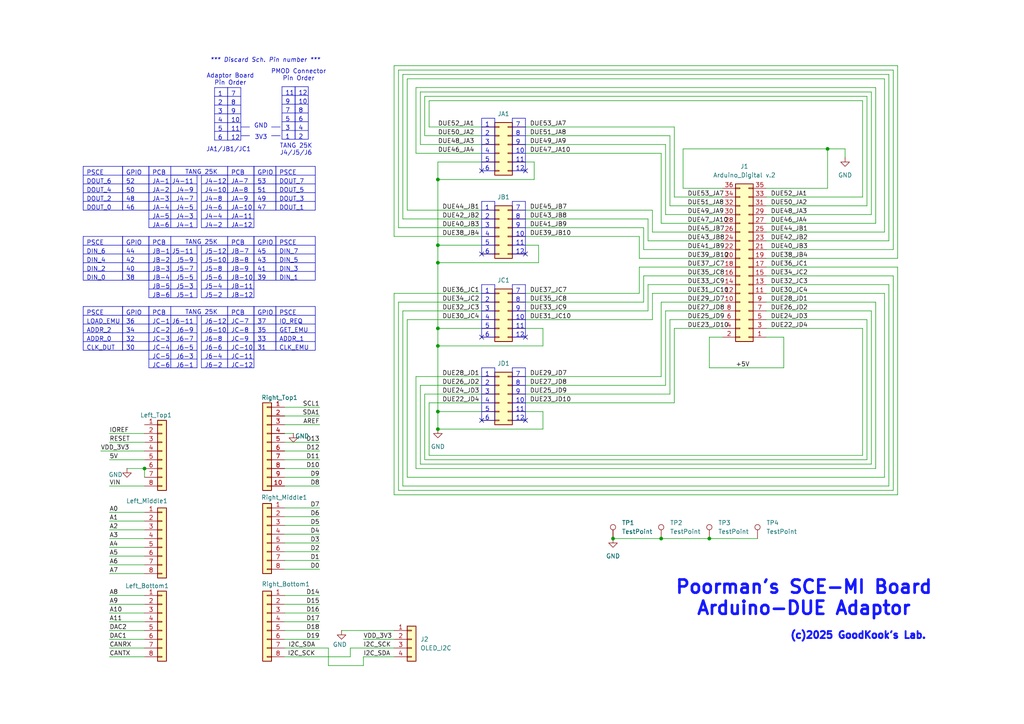
<source format=kicad_sch>
(kicad_sch (version 20250114) (generator "eeschema") (generator_version "9.0")
  (paper "A4")
  (rectangle (start 49.53 48.26) (end 66.04 50.8))
  (rectangle (start 49.53 68.58) (end 66.04 71.12))
  (rectangle (start 49.53 88.9) (end 66.04 91.44))
  (text "Adaptor Board\nPin Order" (at 66.802 23.114 0) (effects (font (size 1.27 1.27))))
  (text "3V3" (at 75.692 39.878 0) (effects (font (size 1.27 1.27))))
  (text "PMOD Connector\nPin Order" (at 86.614 21.844 0) (effects (font (size 1.27 1.27))))
  (text "TANG 25K\nJ4/J5/J6" (at 85.852 43.434 0) (effects (font (size 1.27 1.27))))
  (text "JA1/JB1/JC1" (at 66.294 43.434 0) (effects (font (size 1.27 1.27))))
  (text "TANG 25K" (at 58.42 90.678 0) (effects (font (size 1.27 1.27))))
  (text "GND" (at 75.692 36.576 0) (effects (font (size 1.27 1.27))))
  (text "(c)2025 GoodKook's Lab." (at 248.92 184.404 0) (effects (font (size 2.032 2.032) (thickness 0.762) (bold yes))))
  (text "TANG 25K" (at 58.42 70.358 0) (effects (font (size 1.27 1.27))))
  (text "*** Discard Sch. Pin number ***" (at 76.962 17.526 0) (effects (font (size 1.27 1.27) (italic yes))))
  (text "TANG 25K" (at 58.42 50.038 0) (effects (font (size 1.27 1.27))))
  (text "Poorman's SCE-MI Board\nArduino-DUE Adaptor" (at 233.172 173.482 0) (effects (font (size 3.81 3.81) (thickness 0.762) (bold yes))))
  (junction (at 41.91 135.89))
  (junction (at 127 76.2))
  (junction (at 127 124.46))
  (junction (at 191.77 156.21))
  (junction (at 127 52.07))
  (junction (at 127 95.25))
  (junction (at 177.8 156.21))
  (junction (at 127 71.12))
  (junction (at 205.74 156.21))
  (junction (at 127 119.38))
  (junction (at 240.03 43.18))
  (junction (at 127 100.33))
  (no_connect (at 152.4 49.53))
  (no_connect (at 139.7 49.53))
  (no_connect (at 152.4 73.66))
  (no_connect (at 139.7 73.66))
  (no_connect (at 139.7 121.92))
  (no_connect (at 152.4 121.92))
  (no_connect (at 139.7 97.79))
  (no_connect (at 152.4 97.79))
  (wire (pts (xy 250.19 95.25) (xy 222.25 95.25)))
  (wire (pts (xy 152.4 95.25) (xy 157.48 95.25)))
  (wire (pts (xy 127 76.2) (xy 127 95.25)))
  (wire (pts (xy 92.71 162.56) (xy 82.55 162.56)))
  (wire (pts (xy 152.4 68.58) (xy 185.42 68.58)))
  (wire (pts (xy 123.19 114.3) (xy 123.19 133.35)))
  (wire (pts (xy 259.08 142.24) (xy 259.08 80.01)))
  (wire (pts (xy 152.4 119.38) (xy 157.48 119.38)))
  (wire (pts (xy 157.48 119.38) (xy 157.48 124.46)))
  (wire (pts (xy 92.71 157.48) (xy 82.55 157.48)))
  (wire (pts (xy 139.7 63.5) (xy 116.84 63.5)))
  (wire (pts (xy 105.41 190.5) (xy 114.3 190.5)))
  (wire (pts (xy 31.75 128.27) (xy 41.91 128.27)))
  (wire (pts (xy 101.6 187.96) (xy 114.3 187.96)))
  (wire (pts (xy 222.25 77.47) (xy 260.35 77.47)))
  (wire (pts (xy 256.54 67.31) (xy 222.25 67.31)))
  (wire (pts (xy 92.71 123.19) (xy 82.55 123.19)))
  (wire (pts (xy 121.92 111.76) (xy 121.92 134.62)))
  (wire (pts (xy 222.25 62.23) (xy 252.73 62.23)))
  (wire (pts (xy 194.31 39.37) (xy 194.31 59.69)))
  (wire (pts (xy 254 64.77) (xy 222.25 64.77)))
  (wire (pts (xy 222.25 74.93) (xy 260.35 74.93)))
  (wire (pts (xy 31.75 185.42) (xy 41.91 185.42)))
  (wire (pts (xy 85.09 125.73) (xy 82.55 125.73)))
  (wire (pts (xy 92.71 149.86) (xy 82.55 149.86)))
  (wire (pts (xy 92.71 172.72) (xy 82.55 172.72)))
  (wire (pts (xy 252.73 26.67) (xy 252.73 62.23)))
  (wire (pts (xy 31.75 187.96) (xy 41.91 187.96)))
  (wire (pts (xy 124.46 132.08) (xy 250.19 132.08)))
  (wire (pts (xy 92.71 118.11) (xy 82.55 118.11)))
  (wire (pts (xy 92.71 175.26) (xy 82.55 175.26)))
  (wire (pts (xy 139.7 46.99) (xy 127 46.99)))
  (wire (pts (xy 139.7 66.04) (xy 115.57 66.04)))
  (wire (pts (xy 222.25 82.55) (xy 257.81 82.55)))
  (wire (pts (xy 245.11 43.18) (xy 245.11 45.72)))
  (wire (pts (xy 157.48 100.33) (xy 127 100.33)))
  (wire (pts (xy 118.11 138.43) (xy 256.54 138.43)))
  (wire (pts (xy 116.84 63.5) (xy 116.84 21.59)))
  (wire (pts (xy 189.23 67.31) (xy 209.55 67.31)))
  (wire (pts (xy 251.46 59.69) (xy 222.25 59.69)))
  (wire (pts (xy 194.31 59.69) (xy 209.55 59.69)))
  (wire (pts (xy 139.7 87.63) (xy 115.57 87.63)))
  (wire (pts (xy 121.92 26.67) (xy 252.73 26.67)))
  (wire (pts (xy 152.4 109.22) (xy 191.77 109.22)))
  (wire (pts (xy 139.7 39.37) (xy 123.19 39.37)))
  (wire (pts (xy 185.42 74.93) (xy 209.55 74.93)))
  (wire (pts (xy 92.71 138.43) (xy 82.55 138.43)))
  (wire (pts (xy 185.42 85.09) (xy 185.42 77.47)))
  (wire (pts (xy 31.75 180.34) (xy 41.91 180.34)))
  (wire (pts (xy 118.11 92.71) (xy 118.11 138.43)))
  (wire (pts (xy 240.03 43.18) (xy 240.03 54.61)))
  (wire (pts (xy 259.08 20.32) (xy 259.08 72.39)))
  (wire (pts (xy 127 71.12) (xy 139.7 71.12)))
  (wire (pts (xy 152.4 92.71) (xy 189.23 92.71)))
  (wire (pts (xy 254 25.4) (xy 254 64.77)))
  (wire (pts (xy 222.25 85.09) (xy 256.54 85.09)))
  (wire (pts (xy 36.83 135.89) (xy 41.91 135.89)))
  (wire (pts (xy 92.71 180.34) (xy 82.55 180.34)))
  (wire (pts (xy 29.21 130.81) (xy 41.91 130.81)))
  (wire (pts (xy 252.73 90.17) (xy 222.25 90.17)))
  (wire (pts (xy 187.96 82.55) (xy 209.55 82.55)))
  (wire (pts (xy 31.75 177.8) (xy 41.91 177.8)))
  (wire (pts (xy 105.41 185.42) (xy 114.3 185.42)))
  (wire (pts (xy 222.25 72.39) (xy 259.08 72.39)))
  (wire (pts (xy 105.41 190.5) (xy 105.41 193.04)))
  (wire (pts (xy 92.71 160.02) (xy 82.55 160.02)))
  (wire (pts (xy 195.58 116.84) (xy 195.58 95.25)))
  (wire (pts (xy 260.35 143.51) (xy 260.35 77.47)))
  (wire (pts (xy 115.57 87.63) (xy 115.57 142.24)))
  (wire (pts (xy 92.71 152.4) (xy 82.55 152.4)))
  (wire (pts (xy 227.33 106.68) (xy 227.33 97.79)))
  (wire (pts (xy 256.54 138.43) (xy 256.54 85.09)))
  (wire (pts (xy 120.65 44.45) (xy 120.65 25.4)))
  (wire (pts (xy 127 71.12) (xy 127 76.2)))
  (wire (pts (xy 139.7 60.96) (xy 118.11 60.96)))
  (wire (pts (xy 193.04 62.23) (xy 209.55 62.23)))
  (wire (pts (xy 193.04 41.91) (xy 193.04 62.23)))
  (wire (pts (xy 127 100.33) (xy 127 119.38)))
  (wire (pts (xy 191.77 87.63) (xy 209.55 87.63)))
  (wire (pts (xy 139.7 92.71) (xy 118.11 92.71)))
  (wire (pts (xy 257.81 140.97) (xy 257.81 82.55)))
  (wire (pts (xy 205.74 97.79) (xy 205.74 106.68)))
  (wire (pts (xy 260.35 19.05) (xy 260.35 74.93)))
  (wire (pts (xy 209.55 97.79) (xy 205.74 97.79)))
  (wire (pts (xy 187.96 63.5) (xy 187.96 69.85)))
  (wire (pts (xy 124.46 116.84) (xy 124.46 132.08)))
  (wire (pts (xy 227.33 97.79) (xy 222.25 97.79)))
  (wire (pts (xy 195.58 57.15) (xy 209.55 57.15)))
  (wire (pts (xy 189.23 92.71) (xy 189.23 85.09)))
  (wire (pts (xy 177.8 156.21) (xy 191.77 156.21)))
  (wire (pts (xy 31.75 163.83) (xy 41.91 163.83)))
  (wire (pts (xy 116.84 90.17) (xy 116.84 140.97)))
  (wire (pts (xy 152.4 114.3) (xy 194.31 114.3)))
  (wire (pts (xy 185.42 68.58) (xy 185.42 74.93)))
  (wire (pts (xy 152.4 90.17) (xy 187.96 90.17)))
  (wire (pts (xy 115.57 66.04) (xy 115.57 20.32)))
  (wire (pts (xy 31.75 172.72) (xy 41.91 172.72)))
  (wire (pts (xy 157.48 124.46) (xy 127 124.46)))
  (wire (pts (xy 115.57 20.32) (xy 259.08 20.32)))
  (wire (pts (xy 114.3 143.51) (xy 260.35 143.51)))
  (wire (pts (xy 193.04 111.76) (xy 193.04 90.17)))
  (wire (pts (xy 31.75 148.59) (xy 41.91 148.59)))
  (wire (pts (xy 95.25 193.04) (xy 105.41 193.04)))
  (wire (pts (xy 152.4 85.09) (xy 185.42 85.09)))
  (wire (pts (xy 139.7 68.58) (xy 114.3 68.58)))
  (wire (pts (xy 127 52.07) (xy 127 71.12)))
  (wire (pts (xy 127 95.25) (xy 127 100.33)))
  (wire (pts (xy 118.11 22.86) (xy 256.54 22.86)))
  (polyline (pts (xy 78.74 36.83) (xy 81.28 36.83)))
  (wire (pts (xy 139.7 85.09) (xy 114.3 85.09)))
  (wire (pts (xy 31.75 153.67) (xy 41.91 153.67)))
  (wire (pts (xy 189.23 60.96) (xy 189.23 67.31)))
  (wire (pts (xy 194.31 92.71) (xy 209.55 92.71)))
  (wire (pts (xy 31.75 133.35) (xy 41.91 133.35)))
  (wire (pts (xy 185.42 77.47) (xy 209.55 77.47)))
  (wire (pts (xy 251.46 133.35) (xy 251.46 92.71)))
  (wire (pts (xy 152.4 44.45) (xy 191.77 44.45)))
  (wire (pts (xy 254 87.63) (xy 222.25 87.63)))
  (wire (pts (xy 92.71 128.27) (xy 82.55 128.27)))
  (wire (pts (xy 157.48 95.25) (xy 157.48 100.33)))
  (wire (pts (xy 123.19 133.35) (xy 251.46 133.35)))
  (wire (pts (xy 209.55 54.61) (xy 198.12 54.61)))
  (wire (pts (xy 124.46 29.21) (xy 250.19 29.21)))
  (wire (pts (xy 154.94 52.07) (xy 127 52.07)))
  (wire (pts (xy 41.91 135.89) (xy 41.91 138.43)))
  (wire (pts (xy 191.77 44.45) (xy 191.77 64.77)))
  (wire (pts (xy 186.69 80.01) (xy 209.55 80.01)))
  (wire (pts (xy 250.19 29.21) (xy 250.19 57.15)))
  (wire (pts (xy 31.75 158.75) (xy 41.91 158.75)))
  (wire (pts (xy 250.19 132.08) (xy 250.19 95.25)))
  (wire (pts (xy 191.77 64.77) (xy 209.55 64.77)))
  (wire (pts (xy 198.12 54.61) (xy 198.12 43.18)))
  (wire (pts (xy 120.65 109.22) (xy 120.65 135.89)))
  (wire (pts (xy 114.3 19.05) (xy 260.35 19.05)))
  (wire (pts (xy 191.77 156.21) (xy 205.74 156.21)))
  (wire (pts (xy 139.7 44.45) (xy 120.65 44.45)))
  (wire (pts (xy 152.4 116.84) (xy 195.58 116.84)))
  (wire (pts (xy 92.71 165.1) (xy 82.55 165.1)))
  (wire (pts (xy 251.46 27.94) (xy 251.46 59.69)))
  (wire (pts (xy 139.7 111.76) (xy 121.92 111.76)))
  (wire (pts (xy 257.81 69.85) (xy 222.25 69.85)))
  (wire (pts (xy 121.92 134.62) (xy 252.73 134.62)))
  (wire (pts (xy 194.31 114.3) (xy 194.31 92.71)))
  (wire (pts (xy 31.75 182.88) (xy 41.91 182.88)))
  (polyline (pts (xy 78.74 39.37) (xy 81.28 39.37)))
  (wire (pts (xy 152.4 111.76) (xy 193.04 111.76)))
  (wire (pts (xy 124.46 36.83) (xy 124.46 29.21)))
  (wire (pts (xy 250.19 57.15) (xy 222.25 57.15)))
  (wire (pts (xy 92.71 185.42) (xy 82.55 185.42)))
  (wire (pts (xy 152.4 63.5) (xy 187.96 63.5)))
  (wire (pts (xy 31.75 175.26) (xy 41.91 175.26)))
  (wire (pts (xy 31.75 125.73) (xy 41.91 125.73)))
  (wire (pts (xy 252.73 134.62) (xy 252.73 90.17)))
  (wire (pts (xy 152.4 36.83) (xy 195.58 36.83)))
  (wire (pts (xy 31.75 161.29) (xy 41.91 161.29)))
  (wire (pts (xy 92.71 135.89) (xy 82.55 135.89)))
  (wire (pts (xy 31.75 151.13) (xy 41.91 151.13)))
  (wire (pts (xy 116.84 140.97) (xy 257.81 140.97)))
  (wire (pts (xy 152.4 87.63) (xy 186.69 87.63)))
  (wire (pts (xy 139.7 114.3) (xy 123.19 114.3)))
  (wire (pts (xy 254 135.89) (xy 254 87.63)))
  (wire (pts (xy 186.69 66.04) (xy 186.69 72.39)))
  (wire (pts (xy 92.71 182.88) (xy 82.55 182.88)))
  (wire (pts (xy 95.25 187.96) (xy 95.25 193.04)))
  (wire (pts (xy 114.3 68.58) (xy 114.3 19.05)))
  (wire (pts (xy 256.54 22.86) (xy 256.54 67.31)))
  (wire (pts (xy 186.69 72.39) (xy 209.55 72.39)))
  (wire (pts (xy 31.75 140.97) (xy 41.91 140.97)))
  (wire (pts (xy 156.21 71.12) (xy 156.21 76.2)))
  (wire (pts (xy 127 76.2) (xy 156.21 76.2)))
  (wire (pts (xy 92.71 154.94) (xy 82.55 154.94)))
  (wire (pts (xy 31.75 190.5) (xy 41.91 190.5)))
  (wire (pts (xy 222.25 54.61) (xy 240.03 54.61)))
  (wire (pts (xy 139.7 109.22) (xy 120.65 109.22)))
  (wire (pts (xy 127 46.99) (xy 127 52.07)))
  (wire (pts (xy 193.04 90.17) (xy 209.55 90.17)))
  (wire (pts (xy 152.4 46.99) (xy 154.94 46.99)))
  (wire (pts (xy 205.74 106.68) (xy 227.33 106.68)))
  (wire (pts (xy 127 119.38) (xy 139.7 119.38)))
  (wire (pts (xy 152.4 66.04) (xy 186.69 66.04)))
  (wire (pts (xy 82.55 187.96) (xy 95.25 187.96)))
  (wire (pts (xy 101.6 187.96) (xy 101.6 190.5)))
  (wire (pts (xy 139.7 116.84) (xy 124.46 116.84)))
  (wire (pts (xy 31.75 166.37) (xy 41.91 166.37)))
  (polyline (pts (xy 69.85 36.83) (xy 72.39 36.83)))
  (wire (pts (xy 92.71 133.35) (xy 82.55 133.35)))
  (wire (pts (xy 92.71 140.97) (xy 82.55 140.97)))
  (wire (pts (xy 152.4 41.91) (xy 193.04 41.91)))
  (wire (pts (xy 92.71 147.32) (xy 82.55 147.32)))
  (wire (pts (xy 114.3 85.09) (xy 114.3 143.51)))
  (wire (pts (xy 115.57 142.24) (xy 259.08 142.24)))
  (wire (pts (xy 186.69 87.63) (xy 186.69 80.01)))
  (wire (pts (xy 120.65 25.4) (xy 254 25.4)))
  (wire (pts (xy 99.06 182.88) (xy 114.3 182.88)))
  (wire (pts (xy 92.71 130.81) (xy 82.55 130.81)))
  (wire (pts (xy 123.19 27.94) (xy 251.46 27.94)))
  (wire (pts (xy 222.25 92.71) (xy 251.46 92.71)))
  (polyline (pts (xy 69.85 39.37) (xy 72.39 39.37)))
  (wire (pts (xy 152.4 39.37) (xy 194.31 39.37)))
  (wire (pts (xy 120.65 135.89) (xy 254 135.89)))
  (wire (pts (xy 116.84 21.59) (xy 257.81 21.59)))
  (wire (pts (xy 92.71 120.65) (xy 82.55 120.65)))
  (wire (pts (xy 195.58 95.25) (xy 209.55 95.25)))
  (wire (pts (xy 189.23 85.09) (xy 209.55 85.09)))
  (wire (pts (xy 118.11 60.96) (xy 118.11 22.86)))
  (wire (pts (xy 154.94 46.99) (xy 154.94 52.07)))
  (wire (pts (xy 139.7 41.91) (xy 121.92 41.91)))
  (wire (pts (xy 198.12 43.18) (xy 240.03 43.18)))
  (wire (pts (xy 152.4 60.96) (xy 189.23 60.96)))
  (wire (pts (xy 259.08 80.01) (xy 222.25 80.01)))
  (wire (pts (xy 139.7 36.83) (xy 124.46 36.83)))
  (wire (pts (xy 121.92 41.91) (xy 121.92 26.67)))
  (wire (pts (xy 127 95.25) (xy 139.7 95.25)))
  (wire (pts (xy 152.4 71.12) (xy 156.21 71.12)))
  (wire (pts (xy 92.71 177.8) (xy 82.55 177.8)))
  (wire (pts (xy 31.75 156.21) (xy 41.91 156.21)))
  (wire (pts (xy 205.74 156.21) (xy 219.71 156.21)))
  (wire (pts (xy 82.55 190.5) (xy 101.6 190.5)))
  (wire (pts (xy 127 124.46) (xy 127 119.38)))
  (wire (pts (xy 257.81 21.59) (xy 257.81 69.85)))
  (wire (pts (xy 195.58 36.83) (xy 195.58 57.15)))
  (wire (pts (xy 139.7 90.17) (xy 116.84 90.17)))
  (wire (pts (xy 240.03 43.18) (xy 245.11 43.18)))
  (wire (pts (xy 191.77 109.22) (xy 191.77 87.63)))
  (wire (pts (xy 187.96 90.17) (xy 187.96 82.55)))
  (wire (pts (xy 187.96 69.85) (xy 209.55 69.85)))
  (wire (pts (xy 123.19 39.37) (xy 123.19 27.94)))
  (table (column_count 1) (border (external yes) (header yes)) (separators (rows yes) (cols yes)) (column_widths 11.43) (row_heights 2.54 2.54 2.54 2.54 2.54) (cells (table_cell "PSCE" (at 80.01 88.9 0) (size 11.43 2.54) (margins 0.9525 0.9525 0.9525 0.9525) (span 1 1)) (table_cell "IO_REQ" (at 80.01 91.44 0) (size 11.43 2.54) (margins 0.9525 0.9525 0.9525 0.9525) (span 1 1)) (table_cell "GET_EMU" (at 80.01 93.98 0) (size 11.43 2.54) (margins 0.9525 0.9525 0.9525 0.9525) (span 1 1)) (table_cell "ADDR_1" (at 80.01 96.52 0) (size 11.43 2.54) (margins 0.9525 0.9525 0.9525 0.9525) (span 1 1)) (table_cell "CLK_EMU" (at 80.01 99.06 0) (size 11.43 2.54) (margins 0.9525 0.9525 0.9525 0.9525) (span 1 1))))
  (table (column_count 1) (border (external yes) (header yes)) (separators (rows yes) (cols yes)) (column_widths 3.81) (row_heights 2.54 2.54 2.54 2.54 2.54 2.54) (cells (table_cell "7" (at 148.59 106.68 0) (size 3.81 2.54) (margins 0.9525 0.9525 0.9525 0.9525) (span 1 1)) (table_cell "8" (at 148.59 109.22 0) (size 3.81 2.54) (margins 0.9525 0.9525 0.9525 0.9525) (span 1 1)) (table_cell "9" (at 148.59 111.76 0) (size 3.81 2.54) (margins 0.9525 0.9525 0.9525 0.9525) (span 1 1)) (table_cell "10" (at 148.59 114.3 0) (size 3.81 2.54) (margins 0.9525 0.9525 0.9525 0.9525) (span 1 1)) (table_cell "11" (at 148.59 116.84 0) (size 3.81 2.54) (margins 0.9525 0.9525 0.9525 0.9525) (span 1 1)) (table_cell "12" (at 148.59 119.38 0) (size 3.81 2.54) (margins 0.9525 0.9525 0.9525 0.9525) (span 1 1))))
  (table (column_count 1) (border (external yes) (header yes)) (separators (rows yes) (cols yes)) (column_widths 6.35) (row_heights 2.54 2.54 2.54 2.54 2.54) (cells (table_cell "GPIO" (at 73.66 68.58 0) (size 6.35 2.54) (margins 0.9525 0.9525 0.9525 0.9525) (span 1 1)) (table_cell "45" (at 73.66 71.12 0) (size 6.35 2.54) (margins 0.9525 0.9525 0.9525 0.9525) (span 1 1)) (table_cell "43" (at 73.66 73.66 0) (size 6.35 2.54) (margins 0.9525 0.9525 0.9525 0.9525) (span 1 1)) (table_cell "41" (at 73.66 76.2 0) (size 6.35 2.54) (margins 0.9525 0.9525 0.9525 0.9525) (span 1 1)) (table_cell "39" (at 73.66 78.74 0) (size 6.35 2.54) (margins 0.9525 0.9525 0.9525 0.9525) (span 1 1))))
  (table (column_count 1) (border (external yes) (header yes)) (separators (rows yes) (cols yes)) (column_widths 7.62) (row_heights 2.54 2.54 2.54 2.54 2.54 2.54 2.54) (cells (table_cell "PCB" (at 66.04 48.26 0) (size 7.62 2.54) (margins 0.9525 0.9525 0.9525 0.9525) (span 1 1)) (table_cell "JA-7" (at 66.04 50.8 0) (size 7.62 2.54) (margins 0.9525 0.9525 0.9525 0.9525) (span 1 1)) (table_cell "JA-8" (at 66.04 53.34 0) (size 7.62 2.54) (margins 0.9525 0.9525 0.9525 0.9525) (span 1 1)) (table_cell "JA-9" (at 66.04 55.88 0) (size 7.62 2.54) (margins 0.9525 0.9525 0.9525 0.9525) (span 1 1)) (table_cell "JA-10" (at 66.04 58.42 0) (size 7.62 2.54) (margins 0.9525 0.9525 0.9525 0.9525) (span 1 1)) (table_cell "JA-11" (at 66.04 60.96 0) (size 7.62 2.54) (margins 0.9525 0.9525 0.9525 0.9525) (span 1 1)) (table_cell "JA-12" (at 66.04 63.5 0) (size 7.62 2.54) (margins 0.9525 0.9525 0.9525 0.9525) (span 1 1))))
  (table (column_count 1) (border (external yes) (header yes)) (separators (rows yes) (cols yes)) (column_widths 7.62) (row_heights 2.54 2.54 2.54 2.54 2.54) (cells (table_cell "GPIO" (at 35.56 48.26 0) (size 7.62 2.54) (margins 0.9525 0.9525 0.9525 0.9525) (span 1 1)) (table_cell "52" (at 35.56 50.8 0) (size 7.62 2.54) (margins 0.9525 0.9525 0.9525 0.9525) (span 1 1)) (table_cell "50" (at 35.56 53.34 0) (size 7.62 2.54) (margins 0.9525 0.9525 0.9525 0.9525) (span 1 1)) (table_cell "48" (at 35.56 55.88 0) (size 7.62 2.54) (margins 0.9525 0.9525 0.9525 0.9525) (span 1 1)) (table_cell "46" (at 35.56 58.42 0) (size 7.62 2.54) (margins 0.9525 0.9525 0.9525 0.9525) (span 1 1))))
  (table (column_count 1) (border (external yes) (header yes)) (separators (rows yes) (cols yes)) (column_widths 7.62) (row_heights 2.54 2.54 2.54 2.54 2.54 2.54) (cells (table_cell "J6-12" (at 58.42 91.44 0) (size 7.62 2.54) (margins 0.9525 0.9525 0.9525 0.9525) (span 1 1)) (table_cell "J6-10" (at 58.42 93.98 0) (size 7.62 2.54) (margins 0.9525 0.9525 0.9525 0.9525) (span 1 1)) (table_cell "J6-8" (at 58.42 96.52 0) (size 7.62 2.54) (margins 0.9525 0.9525 0.9525 0.9525) (span 1 1)) (table_cell "J6-6" (at 58.42 99.06 0) (size 7.62 2.54) (margins 0.9525 0.9525 0.9525 0.9525) (span 1 1)) (table_cell "J6-4" (at 58.42 101.6 0) (size 7.62 2.54) (margins 0.9525 0.9525 0.9525 0.9525) (span 1 1)) (table_cell "J6-2" (at 58.42 104.14 0) (size 7.62 2.54) (margins 0.9525 0.9525 0.9525 0.9525) (span 1 1))))
  (table (column_count 1) (border (external yes) (header yes)) (separators (rows yes) (cols yes)) (column_widths 7.62) (row_heights 2.54 2.54 2.54 2.54 2.54 2.54 2.54) (cells (table_cell "PCB" (at 66.04 68.58 0) (size 7.62 2.54) (margins 0.9525 0.9525 0.9525 0.9525) (span 1 1)) (table_cell "JB-7" (at 66.04 71.12 0) (size 7.62 2.54) (margins 0.9525 0.9525 0.9525 0.9525) (span 1 1)) (table_cell "JB-8" (at 66.04 73.66 0) (size 7.62 2.54) (margins 0.9525 0.9525 0.9525 0.9525) (span 1 1)) (table_cell "JB-9" (at 66.04 76.2 0) (size 7.62 2.54) (margins 0.9525 0.9525 0.9525 0.9525) (span 1 1)) (table_cell "JB-10" (at 66.04 78.74 0) (size 7.62 2.54) (margins 0.9525 0.9525 0.9525 0.9525) (span 1 1)) (table_cell "JB-11" (at 66.04 81.28 0) (size 7.62 2.54) (margins 0.9525 0.9525 0.9525 0.9525) (span 1 1)) (table_cell "JB-12" (at 66.04 83.82 0) (size 7.62 2.54) (margins 0.9525 0.9525 0.9525 0.9525) (span 1 1))))
  (table (column_count 1) (border (external yes) (header yes)) (separators (rows yes) (cols yes)) (column_widths 11.43) (row_heights 2.54 2.54 2.54 2.54 2.54) (cells (table_cell "PSCE" (at 80.01 68.58 0) (size 11.43 2.54) (margins 0.9525 0.9525 0.9525 0.9525) (span 1 1)) (table_cell "DIN_7" (at 80.01 71.12 0) (size 11.43 2.54) (margins 0.9525 0.9525 0.9525 0.9525) (span 1 1)) (table_cell "DIN_5" (at 80.01 73.66 0) (size 11.43 2.54) (margins 0.9525 0.9525 0.9525 0.9525) (span 1 1)) (table_cell "DIN_3" (at 80.01 76.2 0) (size 11.43 2.54) (margins 0.9525 0.9525 0.9525 0.9525) (span 1 1)) (table_cell "DIN_1" (at 80.01 78.74 0) (size 11.43 2.54) (margins 0.9525 0.9525 0.9525 0.9525) (span 1 1))))
  (table (column_count 1) (border (external yes) (header yes)) (separators (rows yes) (cols yes)) (column_widths 3.81) (row_heights 2.54 2.54 2.54 2.54 2.54 2.54) (cells (table_cell "1" (at 62.23 25.4 0) (size 3.81 2.54) (margins 0.9525 0.9525 0.9525 0.9525) (span 1 1)) (table_cell "2" (at 62.23 27.94 0) (size 3.81 2.54) (margins 0.9525 0.9525 0.9525 0.9525) (span 1 1)) (table_cell "3" (at 62.23 30.48 0) (size 3.81 2.54) (margins 0.9525 0.9525 0.9525 0.9525) (span 1 1)) (table_cell "4" (at 62.23 33.02 0) (size 3.81 2.54) (margins 0.9525 0.9525 0.9525 0.9525) (span 1 1)) (table_cell "5" (at 62.23 35.56 0) (size 3.81 2.54) (margins 0.9525 0.9525 0.9525 0.9525) (span 1 1)) (table_cell "6" (at 62.23 38.1 0) (size 3.81 2.54) (margins 0.9525 0.9525 0.9525 0.9525) (span 1 1))))
  (table (column_count 1) (border (external yes) (header yes)) (separators (rows yes) (cols yes)) (column_widths 11.43) (row_heights 2.54 2.54 2.54 2.54 2.54) (cells (table_cell "PSCE" (at 80.01 48.26 0) (size 11.43 2.54) (margins 0.9525 0.9525 0.9525 0.9525) (span 1 1)) (table_cell "DOUT_7" (at 80.01 50.8 0) (size 11.43 2.54) (margins 0.9525 0.9525 0.9525 0.9525) (span 1 1)) (table_cell "DOUT_5" (at 80.01 53.34 0) (size 11.43 2.54) (margins 0.9525 0.9525 0.9525 0.9525) (span 1 1)) (table_cell "DOUT_3" (at 80.01 55.88 0) (size 11.43 2.54) (margins 0.9525 0.9525 0.9525 0.9525) (span 1 1)) (table_cell "DOUT_1" (at 80.01 58.42 0) (size 11.43 2.54) (margins 0.9525 0.9525 0.9525 0.9525) (span 1 1))))
  (table (column_count 1) (border (external yes) (header yes)) (separators (rows yes) (cols yes)) (column_widths 3.81) (row_heights 2.54 2.54 2.54 2.54 2.54 2.54) (cells (table_cell "7" (at 148.59 58.42 0) (size 3.81 2.54) (margins 0.9525 0.9525 0.9525 0.9525) (span 1 1)) (table_cell "8" (at 148.59 60.96 0) (size 3.81 2.54) (margins 0.9525 0.9525 0.9525 0.9525) (span 1 1)) (table_cell "9" (at 148.59 63.5 0) (size 3.81 2.54) (margins 0.9525 0.9525 0.9525 0.9525) (span 1 1)) (table_cell "10" (at 148.59 66.04 0) (size 3.81 2.54) (margins 0.9525 0.9525 0.9525 0.9525) (span 1 1)) (table_cell "11" (at 148.59 68.58 0) (size 3.81 2.54) (margins 0.9525 0.9525 0.9525 0.9525) (span 1 1)) (table_cell "12" (at 148.59 71.12 0) (size 3.81 2.54) (margins 0.9525 0.9525 0.9525 0.9525) (span 1 1))))
  (table (column_count 1) (border (external yes) (header yes)) (separators (rows yes) (cols yes)) (column_widths 3.81) (row_heights 2.54 2.54 2.54 2.54 2.54 2.54) (cells (table_cell "1" (at 139.7 106.68 0) (size 3.81 2.54) (margins 0.9525 0.9525 0.9525 0.9525) (span 1 1)) (table_cell "2" (at 139.7 109.22 0) (size 3.81 2.54) (margins 0.9525 0.9525 0.9525 0.9525) (span 1 1)) (table_cell "3" (at 139.7 111.76 0) (size 3.81 2.54) (margins 0.9525 0.9525 0.9525 0.9525) (span 1 1)) (table_cell "4" (at 139.7 114.3 0) (size 3.81 2.54) (margins 0.9525 0.9525 0.9525 0.9525) (span 1 1)) (table_cell "5" (at 139.7 116.84 0) (size 3.81 2.54) (margins 0.9525 0.9525 0.9525 0.9525) (span 1 1)) (table_cell "6" (at 139.7 119.38 0) (size 3.81 2.54) (margins 0.9525 0.9525 0.9525 0.9525) (span 1 1))))
  (table (column_count 1) (border (external yes) (header yes)) (separators (rows yes) (cols yes)) (column_widths 7.62) (row_heights 2.54 2.54 2.54 2.54 2.54) (cells (table_cell "GPIO" (at 35.56 68.58 0) (size 7.62 2.54) (margins 0.9525 0.9525 0.9525 0.9525) (span 1 1)) (table_cell "44" (at 35.56 71.12 0) (size 7.62 2.54) (margins 0.9525 0.9525 0.9525 0.9525) (span 1 1)) (table_cell "42" (at 35.56 73.66 0) (size 7.62 2.54) (margins 0.9525 0.9525 0.9525 0.9525) (span 1 1)) (table_cell "40" (at 35.56 76.2 0) (size 7.62 2.54) (margins 0.9525 0.9525 0.9525 0.9525) (span 1 1)) (table_cell "38" (at 35.56 78.74 0) (size 7.62 2.54) (margins 0.9525 0.9525 0.9525 0.9525) (span 1 1))))
  (table (column_count 1) (border (external yes) (header yes)) (separators (rows yes) (cols yes)) (column_widths 6.35) (row_heights 2.54 2.54 2.54 2.54 2.54 2.54 2.54) (cells (table_cell "PCB" (at 43.18 48.26 0) (size 6.35 2.54) (margins 0.9525 0.9525 0.9525 0.9525) (span 1 1)) (table_cell "JA-1" (at 43.18 50.8 0) (size 6.35 2.54) (margins 0.9525 0.9525 0.9525 0.9525) (span 1 1)) (table_cell "JA-2" (at 43.18 53.34 0) (size 6.35 2.54) (margins 0.9525 0.9525 0.9525 0.9525) (span 1 1)) (table_cell "JA-3" (at 43.18 55.88 0) (size 6.35 2.54) (margins 0.9525 0.9525 0.9525 0.9525) (span 1 1)) (table_cell "JA-4" (at 43.18 58.42 0) (size 6.35 2.54) (margins 0.9525 0.9525 0.9525 0.9525) (span 1 1)) (table_cell "JA-5" (at 43.18 60.96 0) (size 6.35 2.54) (margins 0.9525 0.9525 0.9525 0.9525) (span 1 1)) (table_cell "JA-6" (at 43.18 63.5 0) (size 6.35 2.54) (margins 0.9525 0.9525 0.9525 0.9525) (span 1 1))))
  (table (column_count 1) (border (external yes) (header yes)) (separators (rows yes) (cols yes)) (column_widths 3.81) (row_heights 2.54 2.54 2.54 2.54 2.54 2.54) (cells (table_cell "1" (at 139.7 58.42 0) (size 3.81 2.54) (margins 0.9525 0.9525 0.9525 0.9525) (span 1 1)) (table_cell "2" (at 139.7 60.96 0) (size 3.81 2.54) (margins 0.9525 0.9525 0.9525 0.9525) (span 1 1)) (table_cell "3" (at 139.7 63.5 0) (size 3.81 2.54) (margins 0.9525 0.9525 0.9525 0.9525) (span 1 1)) (table_cell "4" (at 139.7 66.04 0) (size 3.81 2.54) (margins 0.9525 0.9525 0.9525 0.9525) (span 1 1)) (table_cell "5" (at 139.7 68.58 0) (size 3.81 2.54) (margins 0.9525 0.9525 0.9525 0.9525) (span 1 1)) (table_cell "6" (at 139.7 71.12 0) (size 3.81 2.54) (margins 0.9525 0.9525 0.9525 0.9525) (span 1 1))))
  (table (column_count 1) (border (external yes) (header yes)) (separators (rows yes) (cols yes)) (column_widths 7.62) (row_heights 2.54 2.54 2.54 2.54 2.54 2.54) (cells (table_cell "J6-11" (at 49.53 91.44 0) (size 7.62 2.54) (margins 0.9525 0.9525 0.9525 0.9525) (span 1 1)) (table_cell "J6-9" (at 49.53 93.98 0) (size 7.62 2.54) (margins 0.9525 0.9525 0.9525 0.9525) (span 1 1)) (table_cell "J6-7" (at 49.53 96.52 0) (size 7.62 2.54) (margins 0.9525 0.9525 0.9525 0.9525) (span 1 1)) (table_cell "J6-5" (at 49.53 99.06 0) (size 7.62 2.54) (margins 0.9525 0.9525 0.9525 0.9525) (span 1 1)) (table_cell "J6-3" (at 49.53 101.6 0) (size 7.62 2.54) (margins 0.9525 0.9525 0.9525 0.9525) (span 1 1)) (table_cell "J6-1" (at 49.53 104.14 0) (size 7.62 2.54) (margins 0.9525 0.9525 0.9525 0.9525) (span 1 1))))
  (table (column_count 1) (border (external yes) (header yes)) (separators (rows yes) (cols yes)) (column_widths 3.81) (row_heights 2.54 2.54 2.54 2.54 2.54 2.54) (cells (table_cell "12" (at 85.598 25.146 0) (size 3.81 2.54) (margins 0.9525 0.9525 0.9525 0.9525) (span 1 1)) (table_cell "10" (at 85.598 27.686 0) (size 3.81 2.54) (margins 0.9525 0.9525 0.9525 0.9525) (span 1 1)) (table_cell "8" (at 85.598 30.226 0) (size 3.81 2.54) (margins 0.9525 0.9525 0.9525 0.9525) (span 1 1)) (table_cell "6" (at 85.598 32.766 0) (size 3.81 2.54) (margins 0.9525 0.9525 0.9525 0.9525) (span 1 1)) (table_cell "4" (at 85.598 35.306 0) (size 3.81 2.54) (margins 0.9525 0.9525 0.9525 0.9525) (span 1 1)) (table_cell "2" (at 85.598 37.846 0) (size 3.81 2.54) (margins 0.9525 0.9525 0.9525 0.9525) (span 1 1))))
  (table (column_count 1) (border (external yes) (header yes)) (separators (rows yes) (cols yes)) (column_widths 3.81) (row_heights 2.54 2.54 2.54 2.54 2.54 2.54) (cells (table_cell "7" (at 66.04 25.4 0) (size 3.81 2.54) (margins 0.9525 0.9525 0.9525 0.9525) (span 1 1)) (table_cell "8" (at 66.04 27.94 0) (size 3.81 2.54) (margins 0.9525 0.9525 0.9525 0.9525) (span 1 1)) (table_cell "9" (at 66.04 30.48 0) (size 3.81 2.54) (margins 0.9525 0.9525 0.9525 0.9525) (span 1 1)) (table_cell "10" (at 66.04 33.02 0) (size 3.81 2.54) (margins 0.9525 0.9525 0.9525 0.9525) (span 1 1)) (table_cell "11" (at 66.04 35.56 0) (size 3.81 2.54) (margins 0.9525 0.9525 0.9525 0.9525) (span 1 1)) (table_cell "12" (at 66.04 38.1 0) (size 3.81 2.54) (margins 0.9525 0.9525 0.9525 0.9525) (span 1 1))))
  (table (column_count 1) (border (external yes) (header yes)) (separators (rows yes) (cols yes)) (column_widths 6.35) (row_heights 2.54 2.54 2.54 2.54 2.54 2.54 2.54) (cells (table_cell "PCB" (at 43.18 68.58 0) (size 6.35 2.54) (margins 0.9525 0.9525 0.9525 0.9525) (span 1 1)) (table_cell "JB-1" (at 43.18 71.12 0) (size 6.35 2.54) (margins 0.9525 0.9525 0.9525 0.9525) (span 1 1)) (table_cell "JB-2" (at 43.18 73.66 0) (size 6.35 2.54) (margins 0.9525 0.9525 0.9525 0.9525) (span 1 1)) (table_cell "JB-3" (at 43.18 76.2 0) (size 6.35 2.54) (margins 0.9525 0.9525 0.9525 0.9525) (span 1 1)) (table_cell "JB-4" (at 43.18 78.74 0) (size 6.35 2.54) (margins 0.9525 0.9525 0.9525 0.9525) (span 1 1)) (table_cell "JB-5" (at 43.18 81.28 0) (size 6.35 2.54) (margins 0.9525 0.9525 0.9525 0.9525) (span 1 1)) (table_cell "JB-6" (at 43.18 83.82 0) (size 6.35 2.54) (margins 0.9525 0.9525 0.9525 0.9525) (span 1 1))))
  (table (column_count 1) (border (external yes) (header yes)) (separators (rows yes) (cols yes)) (column_widths 7.62) (row_heights 2.54 2.54 2.54 2.54 2.54 2.54 2.54) (cells (table_cell "PCB" (at 66.04 88.9 0) (size 7.62 2.54) (margins 0.9525 0.9525 0.9525 0.9525) (span 1 1)) (table_cell "JC-7" (at 66.04 91.44 0) (size 7.62 2.54) (margins 0.9525 0.9525 0.9525 0.9525) (span 1 1)) (table_cell "JC-8" (at 66.04 93.98 0) (size 7.62 2.54) (margins 0.9525 0.9525 0.9525 0.9525) (span 1 1)) (table_cell "JC-9" (at 66.04 96.52 0) (size 7.62 2.54) (margins 0.9525 0.9525 0.9525 0.9525) (span 1 1)) (table_cell "JC-10" (at 66.04 99.06 0) (size 7.62 2.54) (margins 0.9525 0.9525 0.9525 0.9525) (span 1 1)) (table_cell "JC-11" (at 66.04 101.6 0) (size 7.62 2.54) (margins 0.9525 0.9525 0.9525 0.9525) (span 1 1)) (table_cell "JC-12" (at 66.04 104.14 0) (size 7.62 2.54) (margins 0.9525 0.9525 0.9525 0.9525) (span 1 1))))
  (table (column_count 1) (border (external yes) (header yes)) (separators (rows yes) (cols yes)) (column_widths 7.62) (row_heights 2.54 2.54 2.54 2.54 2.54 2.54) (cells (table_cell "J5-12" (at 58.42 71.12 0) (size 7.62 2.54) (margins 0.9525 0.9525 0.9525 0.9525) (span 1 1)) (table_cell "J5-10" (at 58.42 73.66 0) (size 7.62 2.54) (margins 0.9525 0.9525 0.9525 0.9525) (span 1 1)) (table_cell "J5-8" (at 58.42 76.2 0) (size 7.62 2.54) (margins 0.9525 0.9525 0.9525 0.9525) (span 1 1)) (table_cell "J5-6" (at 58.42 78.74 0) (size 7.62 2.54) (margins 0.9525 0.9525 0.9525 0.9525) (span 1 1)) (table_cell "J5-4" (at 58.42 81.28 0) (size 7.62 2.54) (margins 0.9525 0.9525 0.9525 0.9525) (span 1 1)) (table_cell "J5-2" (at 58.42 83.82 0) (size 7.62 2.54) (margins 0.9525 0.9525 0.9525 0.9525) (span 1 1))))
  (table (column_count 1) (border (external yes) (header yes)) (separators (rows yes) (cols yes)) (column_widths 3.81) (row_heights 2.54 2.54 2.54 2.54 2.54 2.54) (cells (table_cell "7" (at 148.59 82.55 0) (size 3.81 2.54) (margins 0.9525 0.9525 0.9525 0.9525) (span 1 1)) (table_cell "8" (at 148.59 85.09 0) (size 3.81 2.54) (margins 0.9525 0.9525 0.9525 0.9525) (span 1 1)) (table_cell "9" (at 148.59 87.63 0) (size 3.81 2.54) (margins 0.9525 0.9525 0.9525 0.9525) (span 1 1)) (table_cell "10" (at 148.59 90.17 0) (size 3.81 2.54) (margins 0.9525 0.9525 0.9525 0.9525) (span 1 1)) (table_cell "11" (at 148.59 92.71 0) (size 3.81 2.54) (margins 0.9525 0.9525 0.9525 0.9525) (span 1 1)) (table_cell "12" (at 148.59 95.25 0) (size 3.81 2.54) (margins 0.9525 0.9525 0.9525 0.9525) (span 1 1))))
  (table (column_count 1) (border (external yes) (header yes)) (separators (rows yes) (cols yes)) (column_widths 3.81) (row_heights 2.54 2.54 2.54 2.54 2.54 2.54) (cells (table_cell "7" (at 148.59 34.29 0) (size 3.81 2.54) (margins 0.9525 0.9525 0.9525 0.9525) (span 1 1)) (table_cell "8" (at 148.59 36.83 0) (size 3.81 2.54) (margins 0.9525 0.9525 0.9525 0.9525) (span 1 1)) (table_cell "9" (at 148.59 39.37 0) (size 3.81 2.54) (margins 0.9525 0.9525 0.9525 0.9525) (span 1 1)) (table_cell "10" (at 148.59 41.91 0) (size 3.81 2.54) (margins 0.9525 0.9525 0.9525 0.9525) (span 1 1)) (table_cell "11" (at 148.59 44.45 0) (size 3.81 2.54) (margins 0.9525 0.9525 0.9525 0.9525) (span 1 1)) (table_cell "12" (at 148.59 46.99 0) (size 3.81 2.54) (margins 0.9525 0.9525 0.9525 0.9525) (span 1 1))))
  (table (column_count 1) (border (external yes) (header yes)) (separators (rows yes) (cols yes)) (column_widths 11.43) (row_heights 2.54 2.54 2.54 2.54 2.54) (cells (table_cell "PSCE" (at 24.13 48.26 0) (size 11.43 2.54) (margins 0.9525 0.9525 0.9525 0.9525) (span 1 1)) (table_cell "DOUT_6" (at 24.13 50.8 0) (size 11.43 2.54) (margins 0.9525 0.9525 0.9525 0.9525) (span 1 1)) (table_cell "DOUT_4" (at 24.13 53.34 0) (size 11.43 2.54) (margins 0.9525 0.9525 0.9525 0.9525) (span 1 1)) (table_cell "DOUT_2" (at 24.13 55.88 0) (size 11.43 2.54) (margins 0.9525 0.9525 0.9525 0.9525) (span 1 1)) (table_cell "DOUT_0" (at 24.13 58.42 0) (size 11.43 2.54) (margins 0.9525 0.9525 0.9525 0.9525) (span 1 1))))
  (table (column_count 1) (border (external yes) (header yes)) (separators (rows yes) (cols yes)) (column_widths 6.35) (row_heights 2.54 2.54 2.54 2.54 2.54) (cells (table_cell "GPIO" (at 73.66 88.9 0) (size 6.35 2.54) (margins 0.9525 0.9525 0.9525 0.9525) (span 1 1)) (table_cell "37" (at 73.66 91.44 0) (size 6.35 2.54) (margins 0.9525 0.9525 0.9525 0.9525) (span 1 1)) (table_cell "35" (at 73.66 93.98 0) (size 6.35 2.54) (margins 0.9525 0.9525 0.9525 0.9525) (span 1 1)) (table_cell "33" (at 73.66 96.52 0) (size 6.35 2.54) (margins 0.9525 0.9525 0.9525 0.9525) (span 1 1)) (table_cell "31" (at 73.66 99.06 0) (size 6.35 2.54) (margins 0.9525 0.9525 0.9525 0.9525) (span 1 1))))
  (table (column_count 1) (border (external yes) (header yes)) (separators (rows yes) (cols yes)) (column_widths 11.43) (row_heights 2.54 2.54 2.54 2.54 2.54) (cells (table_cell "PSCE" (at 24.13 88.9 0) (size 11.43 2.54) (margins 0.9525 0.9525 0.9525 0.9525) (span 1 1)) (table_cell "LOAD_EMU" (at 24.13 91.44 0) (size 11.43 2.54) (margins 0.9525 0.9525 0.9525 0.9525) (span 1 1)) (table_cell "ADDR_2" (at 24.13 93.98 0) (size 11.43 2.54) (margins 0.9525 0.9525 0.9525 0.9525) (span 1 1)) (table_cell "ADDR_0" (at 24.13 96.52 0) (size 11.43 2.54) (margins 0.9525 0.9525 0.9525 0.9525) (span 1 1)) (table_cell "CLK_DUT" (at 24.13 99.06 0) (size 11.43 2.54) (margins 0.9525 0.9525 0.9525 0.9525) (span 1 1))))
  (table (column_count 1) (border (external yes) (header yes)) (separators (rows yes) (cols yes)) (column_widths 7.62) (row_heights 2.54 2.54 2.54 2.54 2.54 2.54) (cells (table_cell "J4-11" (at 49.53 50.8 0) (size 7.62 2.54) (margins 0.9525 0.9525 0.9525 0.9525) (span 1 1)) (table_cell "J4-9" (at 49.53 53.34 0) (size 7.62 2.54) (margins 0.9525 0.9525 0.9525 0.9525) (span 1 1)) (table_cell "J4-7" (at 49.53 55.88 0) (size 7.62 2.54) (margins 0.9525 0.9525 0.9525 0.9525) (span 1 1)) (table_cell "J4-5" (at 49.53 58.42 0) (size 7.62 2.54) (margins 0.9525 0.9525 0.9525 0.9525) (span 1 1)) (table_cell "J4-3" (at 49.53 60.96 0) (size 7.62 2.54) (margins 0.9525 0.9525 0.9525 0.9525) (span 1 1)) (table_cell "J4-1" (at 49.53 63.5 0) (size 7.62 2.54) (margins 0.9525 0.9525 0.9525 0.9525) (span 1 1))))
  (table (column_count 1) (border (external yes) (header yes)) (separators (rows yes) (cols yes)) (column_widths 7.62) (row_heights 2.54 2.54 2.54 2.54 2.54) (cells (table_cell "GPIO" (at 35.56 88.9 0) (size 7.62 2.54) (margins 0.9525 0.9525 0.9525 0.9525) (span 1 1)) (table_cell "36" (at 35.56 91.44 0) (size 7.62 2.54) (margins 0.9525 0.9525 0.9525 0.9525) (span 1 1)) (table_cell "34" (at 35.56 93.98 0) (size 7.62 2.54) (margins 0.9525 0.9525 0.9525 0.9525) (span 1 1)) (table_cell "32" (at 35.56 96.52 0) (size 7.62 2.54) (margins 0.9525 0.9525 0.9525 0.9525) (span 1 1)) (table_cell "30" (at 35.56 99.06 0) (size 7.62 2.54) (margins 0.9525 0.9525 0.9525 0.9525) (span 1 1))))
  (table (column_count 1) (border (external yes) (header yes)) (separators (rows yes) (cols yes)) (column_widths 3.81) (row_heights 2.54 2.54 2.54 2.54 2.54 2.54) (cells (table_cell "11" (at 81.788 25.146 0) (size 3.81 2.54) (margins 0.9525 0.9525 0.9525 0.9525) (span 1 1)) (table_cell "9" (at 81.788 27.686 0) (size 3.81 2.54) (margins 0.9525 0.9525 0.9525 0.9525) (span 1 1)) (table_cell "7" (at 81.788 30.226 0) (size 3.81 2.54) (margins 0.9525 0.9525 0.9525 0.9525) (span 1 1)) (table_cell "5" (at 81.788 32.766 0) (size 3.81 2.54) (margins 0.9525 0.9525 0.9525 0.9525) (span 1 1)) (table_cell "3" (at 81.788 35.306 0) (size 3.81 2.54) (margins 0.9525 0.9525 0.9525 0.9525) (span 1 1)) (table_cell "1" (at 81.788 37.846 0) (size 3.81 2.54) (margins 0.9525 0.9525 0.9525 0.9525) (span 1 1))))
  (table (column_count 1) (border (external yes) (header yes)) (separators (rows yes) (cols yes)) (column_widths 7.62) (row_heights 2.54 2.54 2.54 2.54 2.54 2.54) (cells (table_cell "J4-12" (at 58.42 50.8 0) (size 7.62 2.54) (margins 0.9525 0.9525 0.9525 0.9525) (span 1 1)) (table_cell "J4-10" (at 58.42 53.34 0) (size 7.62 2.54) (margins 0.9525 0.9525 0.9525 0.9525) (span 1 1)) (table_cell "J4-8" (at 58.42 55.88 0) (size 7.62 2.54) (margins 0.9525 0.9525 0.9525 0.9525) (span 1 1)) (table_cell "J4-6" (at 58.42 58.42 0) (size 7.62 2.54) (margins 0.9525 0.9525 0.9525 0.9525) (span 1 1)) (table_cell "J4-4" (at 58.42 60.96 0) (size 7.62 2.54) (margins 0.9525 0.9525 0.9525 0.9525) (span 1 1)) (table_cell "J4-2" (at 58.42 63.5 0) (size 7.62 2.54) (margins 0.9525 0.9525 0.9525 0.9525) (span 1 1))))
  (table (column_count 1) (border (external yes) (header yes)) (separators (rows yes) (cols yes)) (column_widths 7.62) (row_heights 2.54 2.54 2.54 2.54 2.54 2.54) (cells (table_cell "J5-11" (at 49.53 71.12 0) (size 7.62 2.54) (margins 0.9525 0.9525 0.9525 0.9525) (span 1 1)) (table_cell "J5-9" (at 49.53 73.66 0) (size 7.62 2.54) (margins 0.9525 0.9525 0.9525 0.9525) (span 1 1)) (table_cell "J5-7" (at 49.53 76.2 0) (size 7.62 2.54) (margins 0.9525 0.9525 0.9525 0.9525) (span 1 1)) (table_cell "J5-5" (at 49.53 78.74 0) (size 7.62 2.54) (margins 0.9525 0.9525 0.9525 0.9525) (span 1 1)) (table_cell "J5-3" (at 49.53 81.28 0) (size 7.62 2.54) (margins 0.9525 0.9525 0.9525 0.9525) (span 1 1)) (table_cell "J5-1" (at 49.53 83.82 0) (size 7.62 2.54) (margins 0.9525 0.9525 0.9525 0.9525) (span 1 1))))
  (table (column_count 1) (border (external yes) (header yes)) (separators (rows yes) (cols yes)) (column_widths 6.35) (row_heights 2.54 2.54 2.54 2.54 2.54) (cells (table_cell "GPIO" (at 73.66 48.26 0) (size 6.35 2.54) (margins 0.9525 0.9525 0.9525 0.9525) (span 1 1)) (table_cell "53" (at 73.66 50.8 0) (size 6.35 2.54) (margins 0.9525 0.9525 0.9525 0.9525) (span 1 1)) (table_cell "51" (at 73.66 53.34 0) (size 6.35 2.54) (margins 0.9525 0.9525 0.9525 0.9525) (span 1 1)) (table_cell "49" (at 73.66 55.88 0) (size 6.35 2.54) (margins 0.9525 0.9525 0.9525 0.9525) (span 1 1)) (table_cell "47" (at 73.66 58.42 0) (size 6.35 2.54) (margins 0.9525 0.9525 0.9525 0.9525) (span 1 1))))
  (table (column_count 1) (border (external yes) (header yes)) (separators (rows yes) (cols yes)) (column_widths 11.43) (row_heights 2.54 2.54 2.54 2.54 2.54) (cells (table_cell "PSCE" (at 24.13 68.58 0) (size 11.43 2.54) (margins 0.9525 0.9525 0.9525 0.9525) (span 1 1)) (table_cell "DIN_6" (at 24.13 71.12 0) (size 11.43 2.54) (margins 0.9525 0.9525 0.9525 0.9525) (span 1 1)) (table_cell "DIN_4" (at 24.13 73.66 0) (size 11.43 2.54) (margins 0.9525 0.9525 0.9525 0.9525) (span 1 1)) (table_cell "DIN_2" (at 24.13 76.2 0) (size 11.43 2.54) (margins 0.9525 0.9525 0.9525 0.9525) (span 1 1)) (table_cell "DIN_0" (at 24.13 78.74 0) (size 11.43 2.54) (margins 0.9525 0.9525 0.9525 0.9525) (span 1 1))))
  (table (column_count 1) (border (external yes) (header yes)) (separators (rows yes) (cols yes)) (column_widths 6.35) (row_heights 2.54 2.54 2.54 2.54 2.54 2.54 2.54) (cells (table_cell "PCB" (at 43.18 88.9 0) (size 6.35 2.54) (margins 0.9525 0.9525 0.9525 0.9525) (span 1 1)) (table_cell "JC-1" (at 43.18 91.44 0) (size 6.35 2.54) (margins 0.9525 0.9525 0.9525 0.9525) (span 1 1)) (table_cell "JC-2" (at 43.18 93.98 0) (size 6.35 2.54) (margins 0.9525 0.9525 0.9525 0.9525) (span 1 1)) (table_cell "JC-3" (at 43.18 96.52 0) (size 6.35 2.54) (margins 0.9525 0.9525 0.9525 0.9525) (span 1 1)) (table_cell "JC-4" (at 43.18 99.06 0) (size 6.35 2.54) (margins 0.9525 0.9525 0.9525 0.9525) (span 1 1)) (table_cell "JC-5" (at 43.18 101.6 0) (size 6.35 2.54) (margins 0.9525 0.9525 0.9525 0.9525) (span 1 1)) (table_cell "JC-6" (at 43.18 104.14 0) (size 6.35 2.54) (margins 0.9525 0.9525 0.9525 0.9525) (span 1 1))))
  (table (column_count 1) (border (external yes) (header yes)) (separators (rows yes) (cols yes)) (column_widths 3.81) (row_heights 2.54 2.54 2.54 2.54 2.54 2.54) (cells (table_cell "1" (at 139.7 82.55 0) (size 3.81 2.54) (margins 0.9525 0.9525 0.9525 0.9525) (span 1 1)) (table_cell "2" (at 139.7 85.09 0) (size 3.81 2.54) (margins 0.9525 0.9525 0.9525 0.9525) (span 1 1)) (table_cell "3" (at 139.7 87.63 0) (size 3.81 2.54) (margins 0.9525 0.9525 0.9525 0.9525) (span 1 1)) (table_cell "4" (at 139.7 90.17 0) (size 3.81 2.54) (margins 0.9525 0.9525 0.9525 0.9525) (span 1 1)) (table_cell "5" (at 139.7 92.71 0) (size 3.81 2.54) (margins 0.9525 0.9525 0.9525 0.9525) (span 1 1)) (table_cell "6" (at 139.7 95.25 0) (size 3.81 2.54) (margins 0.9525 0.9525 0.9525 0.9525) (span 1 1))))
  (table (column_count 1) (border (external yes) (header yes)) (separators (rows yes) (cols yes)) (column_widths 3.81) (row_heights 2.54 2.54 2.54 2.54 2.54 2.54) (cells (table_cell "1" (at 139.7 34.29 0) (size 3.81 2.54) (margins 0.9525 0.9525 0.9525 0.9525) (span 1 1)) (table_cell "2" (at 139.7 36.83 0) (size 3.81 2.54) (margins 0.9525 0.9525 0.9525 0.9525) (span 1 1)) (table_cell "3" (at 139.7 39.37 0) (size 3.81 2.54) (margins 0.9525 0.9525 0.9525 0.9525) (span 1 1)) (table_cell "4" (at 139.7 41.91 0) (size 3.81 2.54) (margins 0.9525 0.9525 0.9525 0.9525) (span 1 1)) (table_cell "5" (at 139.7 44.45 0) (size 3.81 2.54) (margins 0.9525 0.9525 0.9525 0.9525) (span 1 1)) (table_cell "6" (at 139.7 46.99 0) (size 3.81 2.54) (margins 0.9525 0.9525 0.9525 0.9525) (span 1 1))))
  (label "D11" (at 92.71 133.35 180))
  (label "A3" (at 31.75 156.21 0))
  (label "I2C_SDA" (at 105.41 190.5 0))
  (label "DUE34_JC2" (at 128.27 87.63 0))
  (label "DUE43_JB8" (at 199.39 69.85 0))
  (label "A6" (at 31.75 163.83 0))
  (label "DAC1" (at 31.75 185.42 0))
  (label "DUE41_JB9" (at 199.39 72.39 0))
  (label "D2" (at 92.71 160.02 180))
  (label "A0" (at 31.75 148.59 0))
  (label "D6" (at 92.71 149.86 180))
  (label "I2C_SCK" (at 91.44 190.5 180))
  (label "A2" (at 31.75 153.67 0))
  (label "DUE29_JD7" (at 199.39 87.63 0))
  (label "DUE28_JD1" (at 128.27 109.22 0))
  (label "DUE46_JA4" (at 127 44.45 0))
  (label "D19" (at 92.71 185.42 180))
  (label "DUE28_JD1" (at 223.52 87.63 0))
  (label "DUE23_JD10" (at 153.67 116.84 0))
  (label "A5" (at 31.75 161.29 0))
  (label "DUE26_JD2" (at 223.52 90.17 0))
  (label "DAC2" (at 31.75 182.88 0))
  (label "DUE30_JC4" (at 223.52 85.09 0))
  (label "A11" (at 31.75 180.34 0))
  (label "D15" (at 92.71 175.26 180))
  (label "A4" (at 31.75 158.75 0))
  (label "5V" (at 31.75 133.35 0))
  (label "D4" (at 92.71 154.94 180))
  (label "DUE50_JA2" (at 223.52 59.69 0))
  (label "VDD_3V3" (at 29.21 130.81 0))
  (label "A10" (at 31.75 177.8 0))
  (label "A8" (at 31.75 172.72 0))
  (label "DUE38_JB4" (at 223.52 74.93 0))
  (label "DUE43_JB8" (at 153.67 63.5 0))
  (label "DUE48_JA3" (at 127 41.91 0))
  (label "DUE53_JA7" (at 153.67 36.83 0))
  (label "DUE24_JD3" (at 223.52 92.71 0))
  (label "IOREF" (at 31.75 125.73 0))
  (label "DUE36_JC1" (at 223.52 77.47 0))
  (label "D0" (at 92.71 165.1 180))
  (label "DUE24_JD3" (at 128.27 114.3 0))
  (label "RESET" (at 31.75 128.27 0))
  (label "DUE42_JB2" (at 128.27 63.5 0))
  (label "D8" (at 92.71 140.97 180))
  (label "DUE49_JA9" (at 153.67 41.91 0))
  (label "D17" (at 92.71 180.34 180))
  (label "DUE40_JB3" (at 128.27 66.04 0))
  (label "DUE37_JC7" (at 153.67 85.09 0))
  (label "DUE46_JA4" (at 223.52 64.77 0))
  (label "DUE34_JC2" (at 223.52 80.01 0))
  (label "AREF" (at 92.71 123.19 180))
  (label "DUE22_JD4" (at 223.52 95.25 0))
  (label "D7" (at 92.71 147.32 180))
  (label "+5V" (at 213.36 106.68 0))
  (label "CANTX" (at 31.75 190.5 0))
  (label "D9" (at 92.71 138.43 180))
  (label "A1" (at 31.75 151.13 0))
  (label "DUE27_JD8" (at 199.39 90.17 0))
  (label "DUE38_JB4" (at 128.27 68.58 0))
  (label "I2C_SCK" (at 105.41 187.96 0))
  (label "D16" (at 92.71 177.8 180))
  (label "DUE49_JA9" (at 199.39 62.23 0))
  (label "DUE23_JD10" (at 199.39 95.25 0))
  (label "DUE51_JA8" (at 199.39 59.69 0))
  (label "DUE31_JC10" (at 153.67 92.71 0))
  (label "D3" (at 92.71 157.48 180))
  (label "VIN" (at 31.75 140.97 0))
  (label "DUE30_JC4" (at 128.27 92.71 0))
  (label "D10" (at 92.71 135.89 180))
  (label "D13" (at 92.71 128.27 180))
  (label "DUE41_JB9" (at 153.67 66.04 0))
  (label "DUE31_JC10" (at 199.39 85.09 0))
  (label "DUE45_JB7" (at 153.67 60.96 0))
  (label "D18" (at 92.71 182.88 180))
  (label "DUE36_JC1" (at 128.27 85.09 0))
  (label "DUE47_JA10" (at 153.67 44.45 0))
  (label "A9" (at 31.75 175.26 0))
  (label "D1" (at 92.71 162.56 180))
  (label "DUE39_JB10" (at 199.39 74.93 0))
  (label "SCL1" (at 92.71 118.11 180))
  (label "I2C_SDA" (at 91.44 187.96 180))
  (label "DUE29_JD7" (at 153.67 109.22 0))
  (label "DUE51_JA8" (at 153.67 39.37 0))
  (label "D5" (at 92.71 152.4 180))
  (label "DUE39_JB10" (at 153.67 68.58 0))
  (label "DUE25_JD9" (at 199.39 92.71 0))
  (label "DUE48_JA3" (at 223.52 62.23 0))
  (label "DUE35_JC8" (at 153.67 87.63 0))
  (label "DUE40_JB3" (at 223.52 72.39 0))
  (label "DUE33_JC9" (at 199.39 82.55 0))
  (label "DUE42_JB2" (at 223.52 69.85 0))
  (label "VDD_3V3" (at 105.41 185.42 0))
  (label "DUE25_JD9" (at 153.67 114.3 0))
  (label "DUE26_JD2" (at 128.27 111.76 0))
  (label "DUE53_JA7" (at 199.39 57.15 0))
  (label "DUE32_JC3" (at 223.52 82.55 0))
  (label "DUE27_JD8" (at 153.67 111.76 0))
  (label "DUE32_JC3" (at 128.27 90.17 0))
  (label "DUE52_JA1" (at 127 36.83 0))
  (label "CANRX" (at 31.75 187.96 0))
  (label "DUE52_JA1" (at 223.52 57.15 0))
  (label "DUE45_JB7" (at 199.39 67.31 0))
  (label "DUE22_JD4" (at 128.27 116.84 0))
  (label "SDA1" (at 92.71 120.65 180))
  (label "DUE44_JB1" (at 223.52 67.31 0))
  (label "D14" (at 92.71 172.72 180))
  (label "DUE44_JB1" (at 128.27 60.96 0))
  (label "DUE50_JA2" (at 127 39.37 0))
  (label "DUE33_JC9" (at 153.67 90.17 0))
  (label "D12" (at 92.71 130.81 180))
  (label "DUE37_JC7" (at 199.39 77.47 0))
  (label "DUE35_JC8" (at 199.39 80.01 0))
  (label "DUE47_JA10" (at 199.39 64.77 0))
  (label "A7" (at 31.75 166.37 0))
  (symbol (lib_id "power:GND") (at 177.8 156.21 0) (unit 1)
    (property "Reference" "#PWR03" (effects (hide yes)))
    (property "Value" "GND" (at 177.8 161.29 0))
    (property "Description" "Power symbol creates a global label with name \"GND\" , ground" (effects (hide yes)))
  )
  (symbol (lib_id "Connector:TestPoint") (at 205.74 156.21 0) (unit 1)
    (property "Reference" "TP3" (at 208.28 151.6379 0) (effects (justify left)))
    (property "Value" "TestPoint" (at 208.28 154.1779 0) (effects (justify left)))
    (property "Footprint" "TestPoint:TestPoint_Bridge_Pitch7.62mm_Drill1.3mm" (effects (hide yes)))
    (property "Description" "test point" (effects (hide yes)))
  )
  (symbol (lib_id "Connector_Generic:Conn_01x08") (at 46.99 180.34 0) (unit 1)
    (property "Reference" "Left_Bottom1" (at 36.322 169.926 0) (effects (justify left)))
    (property "Value" "Conn_01x08" (effects (hide yes)))
    (property "Footprint" "Connector_PinHeader_2.54mm:PinHeader_1x08_P2.54mm_Vertical" (effects (hide yes)))
    (property "Description" "Generic connector, single row, 01x08, script generated (kicad-library-utils/schlib/autogen/connector/)" (effects (hide yes)))
  )
  (symbol (lib_id "Connector:TestPoint") (at 177.8 156.21 0) (unit 1)
    (property "Reference" "TP1" (at 180.34 151.6379 0) (effects (justify left)))
    (property "Value" "TestPoint" (at 180.34 154.1779 0) (effects (justify left)))
    (property "Footprint" "TestPoint:TestPoint_Plated_Hole_D3.0mm" (effects (hide yes)))
    (property "Description" "test point" (effects (hide yes)))
  )
  (symbol (lib_id "Connector_Generic:Conn_01x10") (at 77.47 128.27 0) (mirror y) (unit 1)
    (property "Reference" "Right_Top1" (at 86.36 115.316 0) (effects (justify left)))
    (property "Value" "Conn_01x10" (effects (hide yes)))
    (property "Footprint" "Connector_PinHeader_2.54mm:PinHeader_1x10_P2.54mm_Vertical" (effects (hide yes)))
    (property "Description" "Generic connector, single row, 01x10, script generated (kicad-library-utils/schlib/autogen/connector/)" (effects (hide yes)))
  )
  (symbol (lib_id "power:GND") (at 36.83 135.89 0) (unit 1)
    (property "Reference" "#PWR04" (effects (hide yes)))
    (property "Value" "GND" (at 33.528 137.668 0))
    (property "Description" "Power symbol creates a global label with name \"GND\" , ground" (effects (hide yes)))
  )
  (symbol (lib_id "Connector_Generic:Conn_02x18_Odd_Even") (at 217.17 77.47 180) (unit 1)
    (property "Reference" "J1" (at 215.9 48.26 0))
    (property "Value" "Arduino_Digital v.2" (at 215.9 50.8 0))
    (property "Footprint" "Connector_PinHeader_2.54mm:PinHeader_2x18_P2.54mm_Vertical" (effects (hide yes)))
    (property "Description" "Generic connector, double row, 02x18, odd/even pin numbering scheme (row 1 odd numbers, row 2 even numbers), script generated (kicad-library-utils/schlib/autogen/connector/)" (effects (hide yes)))
  )
  (symbol (lib_name "Conn_02x06_Odd_Even_1") (lib_id "Connector_Generic:Conn_02x06_Odd_Even") (at 144.78 41.91 0) (unit 1)
    (property "Reference" "JA1" (at 146.05 33.02 0))
    (property "Value" "A7_JA" (effects (hide yes)))
    (property "Footprint" "Connector_PinHeader_2.54mm:PinHeader_2x06_P2.54mm_Vertical" (effects (hide yes)))
    (property "Description" "Generic connector, double row, 02x06, odd/even pin numbering scheme (row 1 odd numbers, row 2 even numbers), script generated (kicad-library-utils/schlib/autogen/connector/)" (effects (hide yes)))
  )
  (symbol (lib_name "Conn_02x06_Odd_Even_3") (lib_id "Connector_Generic:Conn_02x06_Odd_Even") (at 144.78 90.17 0) (unit 1)
    (property "Reference" "JC1" (at 146.05 81.28 0))
    (property "Value" "A7_JC" (effects (hide yes)))
    (property "Footprint" "Connector_PinHeader_2.54mm:PinHeader_2x06_P2.54mm_Vertical" (effects (hide yes)))
    (property "Description" "Generic connector, double row, 02x06, odd/even pin numbering scheme (row 1 odd numbers, row 2 even numbers), script generated (kicad-library-utils/schlib/autogen/connector/)" (effects (hide yes)))
  )
  (symbol (lib_id "power:GND") (at 245.11 45.72 0) (unit 1)
    (property "Reference" "#PWR02" (effects (hide yes)))
    (property "Value" "GND" (at 245.11 50.8 0))
    (property "Description" "Power symbol creates a global label with name \"GND\" , ground" (effects (hide yes)))
  )
  (symbol (lib_id "Connector:TestPoint") (at 219.71 156.21 0) (unit 1)
    (property "Reference" "TP4" (at 222.25 151.6379 0) (effects (justify left)))
    (property "Value" "TestPoint" (at 222.25 154.1779 0) (effects (justify left)))
    (property "Footprint" "TestPoint:TestPoint_Plated_Hole_D3.0mm" (effects (hide yes)))
    (property "Description" "test point" (effects (hide yes)))
  )
  (symbol (lib_id "power:GND") (at 99.06 182.88 0) (unit 1)
    (property "Reference" "#PWR06" (effects (hide yes)))
    (property "Value" "GND" (at 98.552 186.944 0))
    (property "Description" "Power symbol creates a global label with name \"GND\" , ground" (effects (hide yes)))
  )
  (symbol (lib_id "Connector_Generic:Conn_02x06_Odd_Even") (at 144.78 114.3 0) (unit 1)
    (property "Reference" "JD1" (at 146.05 105.41 0))
    (property "Value" "A7_JD" (effects (hide yes)))
    (property "Footprint" "Connector_PinHeader_2.54mm:PinHeader_2x06_P2.54mm_Vertical" (effects (hide yes)))
    (property "Description" "Generic connector, double row, 02x06, odd/even pin numbering scheme (row 1 odd numbers, row 2 even numbers), script generated (kicad-library-utils/schlib/autogen/connector/)" (effects (hide yes)))
  )
  (symbol (lib_id "Connector_Generic:Conn_01x08") (at 46.99 156.21 0) (unit 1)
    (property "Reference" "Left_Middle1" (at 36.576 145.288 0) (effects (justify left)))
    (property "Value" "Conn_01x08" (effects (hide yes)))
    (property "Footprint" "Connector_PinHeader_2.54mm:PinHeader_1x08_P2.54mm_Vertical" (effects (hide yes)))
    (property "Description" "Generic connector, single row, 01x08, script generated (kicad-library-utils/schlib/autogen/connector/)" (effects (hide yes)))
  )
  (symbol (lib_id "Connector:TestPoint") (at 191.77 156.21 0) (unit 1)
    (property "Reference" "TP2" (at 194.31 151.6379 0) (effects (justify left)))
    (property "Value" "TestPoint" (at 194.31 154.1779 0) (effects (justify left)))
    (property "Footprint" "TestPoint:TestPoint_Plated_Hole_D3.0mm" (effects (hide yes)))
    (property "Description" "test point" (effects (hide yes)))
  )
  (symbol (lib_id "Connector_Generic:Conn_01x08") (at 77.47 154.94 0) (mirror y) (unit 1)
    (property "Reference" "Right_Middle1" (at 89.154 144.272 0) (effects (justify left)))
    (property "Value" "Conn_01x08" (effects (hide yes)))
    (property "Footprint" "Connector_PinHeader_2.54mm:PinHeader_1x08_P2.54mm_Vertical" (effects (hide yes)))
    (property "Description" "Generic connector, single row, 01x08, script generated (kicad-library-utils/schlib/autogen/connector/)" (effects (hide yes)))
  )
  (symbol (lib_id "Connector_Generic:Conn_01x04") (at 119.38 185.42 0) (unit 1)
    (property "Reference" "J2" (at 121.92 185.4199 0) (effects (justify left)))
    (property "Value" "OLED_I2C" (at 121.92 187.9599 0) (effects (justify left)))
    (property "Description" "Generic connector, single row, 01x04, script generated (kicad-library-utils/schlib/autogen/connector/)" (effects (hide yes)))
  )
  (symbol (lib_id "Connector_Generic:Conn_01x08") (at 77.47 180.34 0) (mirror y) (unit 1)
    (property "Reference" "Right_Bottom1" (at 89.916 169.418 0) (effects (justify left)))
    (property "Value" "Conn_01x08" (effects (hide yes)))
    (property "Footprint" "Connector_PinHeader_2.54mm:PinHeader_1x08_P2.54mm_Vertical" (effects (hide yes)))
    (property "Description" "Generic connector, single row, 01x08, script generated (kicad-library-utils/schlib/autogen/connector/)" (effects (hide yes)))
  )
  (symbol (lib_name "Conn_02x06_Odd_Even_2") (lib_id "Connector_Generic:Conn_02x06_Odd_Even") (at 144.78 66.04 0) (unit 1)
    (property "Reference" "JB1" (at 146.05 57.15 0))
    (property "Value" "A7_JB" (effects (hide yes)))
    (property "Footprint" "Connector_PinHeader_2.54mm:PinHeader_2x06_P2.54mm_Vertical" (effects (hide yes)))
    (property "Description" "Generic connector, double row, 02x06, odd/even pin numbering scheme (row 1 odd numbers, row 2 even numbers), script generated (kicad-library-utils/schlib/autogen/connector/)" (effects (hide yes)))
  )
  (symbol (lib_id "Connector_Generic:Conn_01x08") (at 46.99 130.81 0) (unit 1)
    (property "Reference" "Left_Top1" (at 40.64 120.396 0) (effects (justify left)))
    (property "Value" "Conn_01x08" (effects (hide yes)))
    (property "Footprint" "Connector_PinHeader_2.54mm:PinHeader_1x08_P2.54mm_Vertical" (effects (hide yes)))
    (property "Description" "Generic connector, single row, 01x08, script generated (kicad-library-utils/schlib/autogen/connector/)" (effects (hide yes)))
  )
  (symbol (lib_id "power:GND") (at 127 124.46 0) (unit 1)
    (property "Reference" "#PWR01" (effects (hide yes)))
    (property "Value" "GND" (at 127 129.54 0))
    (property "Description" "Power symbol creates a global label with name \"GND\" , ground" (effects (hide yes)))
  )
  (symbol (lib_id "power:GND") (at 85.09 125.73 0) (mirror y) (unit 1)
    (property "Reference" "#PWR05" (effects (hide yes)))
    (property "Value" "GND" (at 87.63 126.492 0))
    (property "Description" "Power symbol creates a global label with name \"GND\" , ground" (effects (hide yes)))
  )
)
</source>
